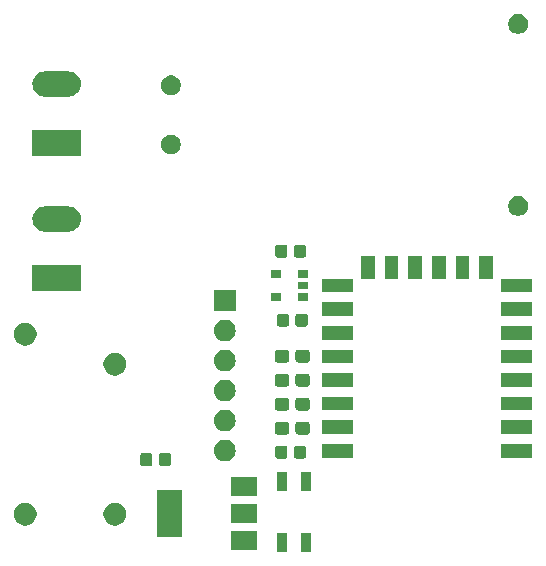
<source format=gts>
G04 #@! TF.GenerationSoftware,KiCad,Pcbnew,5.0.2-bee76a0~70~ubuntu18.04.1*
G04 #@! TF.CreationDate,2019-03-23T21:35:36+01:00*
G04 #@! TF.ProjectId,AC Relay,41432052-656c-4617-992e-6b696361645f,rev?*
G04 #@! TF.SameCoordinates,Original*
G04 #@! TF.FileFunction,Soldermask,Top*
G04 #@! TF.FilePolarity,Negative*
%FSLAX46Y46*%
G04 Gerber Fmt 4.6, Leading zero omitted, Abs format (unit mm)*
G04 Created by KiCad (PCBNEW 5.0.2-bee76a0~70~ubuntu18.04.1) date sáb 23 mar 2019 21:35:36 CET*
%MOMM*%
%LPD*%
G01*
G04 APERTURE LIST*
%ADD10C,0.100000*%
G04 APERTURE END LIST*
D10*
G36*
X97183000Y-95074000D02*
X96333000Y-95074000D01*
X96333000Y-93474000D01*
X97183000Y-93474000D01*
X97183000Y-95074000D01*
X97183000Y-95074000D01*
G37*
G36*
X95183000Y-95074000D02*
X94333000Y-95074000D01*
X94333000Y-93474000D01*
X95183000Y-93474000D01*
X95183000Y-95074000D01*
X95183000Y-95074000D01*
G37*
G36*
X92617000Y-94946000D02*
X90467000Y-94946000D01*
X90467000Y-93296000D01*
X92617000Y-93296000D01*
X92617000Y-94946000D01*
X92617000Y-94946000D01*
G37*
G36*
X86317000Y-93796000D02*
X84167000Y-93796000D01*
X84167000Y-89846000D01*
X86317000Y-89846000D01*
X86317000Y-93796000D01*
X86317000Y-93796000D01*
G37*
G36*
X73299397Y-90927468D02*
X73476836Y-91000966D01*
X73636527Y-91107668D01*
X73772332Y-91243473D01*
X73879034Y-91403164D01*
X73952532Y-91580603D01*
X73990000Y-91768971D01*
X73990000Y-91961029D01*
X73952532Y-92149397D01*
X73879034Y-92326836D01*
X73772332Y-92486527D01*
X73636527Y-92622332D01*
X73476836Y-92729034D01*
X73299397Y-92802532D01*
X73111029Y-92840000D01*
X72918971Y-92840000D01*
X72730603Y-92802532D01*
X72553164Y-92729034D01*
X72393473Y-92622332D01*
X72257668Y-92486527D01*
X72150966Y-92326836D01*
X72077468Y-92149397D01*
X72040000Y-91961029D01*
X72040000Y-91768971D01*
X72077468Y-91580603D01*
X72150966Y-91403164D01*
X72257668Y-91243473D01*
X72393473Y-91107668D01*
X72553164Y-91000966D01*
X72730603Y-90927468D01*
X72918971Y-90890000D01*
X73111029Y-90890000D01*
X73299397Y-90927468D01*
X73299397Y-90927468D01*
G37*
G36*
X80899397Y-90927468D02*
X81076836Y-91000966D01*
X81236527Y-91107668D01*
X81372332Y-91243473D01*
X81479034Y-91403164D01*
X81552532Y-91580603D01*
X81590000Y-91768971D01*
X81590000Y-91961029D01*
X81552532Y-92149397D01*
X81479034Y-92326836D01*
X81372332Y-92486527D01*
X81236527Y-92622332D01*
X81076836Y-92729034D01*
X80899397Y-92802532D01*
X80711029Y-92840000D01*
X80518971Y-92840000D01*
X80330603Y-92802532D01*
X80153164Y-92729034D01*
X79993473Y-92622332D01*
X79857668Y-92486527D01*
X79750966Y-92326836D01*
X79677468Y-92149397D01*
X79640000Y-91961029D01*
X79640000Y-91768971D01*
X79677468Y-91580603D01*
X79750966Y-91403164D01*
X79857668Y-91243473D01*
X79993473Y-91107668D01*
X80153164Y-91000966D01*
X80330603Y-90927468D01*
X80518971Y-90890000D01*
X80711029Y-90890000D01*
X80899397Y-90927468D01*
X80899397Y-90927468D01*
G37*
G36*
X92617000Y-92646000D02*
X90467000Y-92646000D01*
X90467000Y-90996000D01*
X92617000Y-90996000D01*
X92617000Y-92646000D01*
X92617000Y-92646000D01*
G37*
G36*
X92617000Y-90346000D02*
X90467000Y-90346000D01*
X90467000Y-88696000D01*
X92617000Y-88696000D01*
X92617000Y-90346000D01*
X92617000Y-90346000D01*
G37*
G36*
X95183000Y-89914000D02*
X94333000Y-89914000D01*
X94333000Y-88314000D01*
X95183000Y-88314000D01*
X95183000Y-89914000D01*
X95183000Y-89914000D01*
G37*
G36*
X97183000Y-89914000D02*
X96333000Y-89914000D01*
X96333000Y-88314000D01*
X97183000Y-88314000D01*
X97183000Y-89914000D01*
X97183000Y-89914000D01*
G37*
G36*
X85217931Y-86703316D02*
X85254163Y-86714307D01*
X85287554Y-86732155D01*
X85316824Y-86756176D01*
X85340845Y-86785446D01*
X85358693Y-86818837D01*
X85369684Y-86855069D01*
X85374000Y-86898891D01*
X85374000Y-87599109D01*
X85369684Y-87642931D01*
X85358693Y-87679163D01*
X85340845Y-87712554D01*
X85316824Y-87741824D01*
X85287554Y-87765845D01*
X85254163Y-87783693D01*
X85217931Y-87794684D01*
X85174109Y-87799000D01*
X84548891Y-87799000D01*
X84505069Y-87794684D01*
X84468837Y-87783693D01*
X84435446Y-87765845D01*
X84406176Y-87741824D01*
X84382155Y-87712554D01*
X84364307Y-87679163D01*
X84353316Y-87642931D01*
X84349000Y-87599109D01*
X84349000Y-86898891D01*
X84353316Y-86855069D01*
X84364307Y-86818837D01*
X84382155Y-86785446D01*
X84406176Y-86756176D01*
X84435446Y-86732155D01*
X84468837Y-86714307D01*
X84505069Y-86703316D01*
X84548891Y-86699000D01*
X85174109Y-86699000D01*
X85217931Y-86703316D01*
X85217931Y-86703316D01*
G37*
G36*
X83642931Y-86703316D02*
X83679163Y-86714307D01*
X83712554Y-86732155D01*
X83741824Y-86756176D01*
X83765845Y-86785446D01*
X83783693Y-86818837D01*
X83794684Y-86855069D01*
X83799000Y-86898891D01*
X83799000Y-87599109D01*
X83794684Y-87642931D01*
X83783693Y-87679163D01*
X83765845Y-87712554D01*
X83741824Y-87741824D01*
X83712554Y-87765845D01*
X83679163Y-87783693D01*
X83642931Y-87794684D01*
X83599109Y-87799000D01*
X82973891Y-87799000D01*
X82930069Y-87794684D01*
X82893837Y-87783693D01*
X82860446Y-87765845D01*
X82831176Y-87741824D01*
X82807155Y-87712554D01*
X82789307Y-87679163D01*
X82778316Y-87642931D01*
X82774000Y-87599109D01*
X82774000Y-86898891D01*
X82778316Y-86855069D01*
X82789307Y-86818837D01*
X82807155Y-86785446D01*
X82831176Y-86756176D01*
X82860446Y-86732155D01*
X82893837Y-86714307D01*
X82930069Y-86703316D01*
X82973891Y-86699000D01*
X83599109Y-86699000D01*
X83642931Y-86703316D01*
X83642931Y-86703316D01*
G37*
G36*
X90097330Y-85575384D02*
X90271696Y-85628277D01*
X90432390Y-85714170D01*
X90573238Y-85829762D01*
X90688830Y-85970610D01*
X90774723Y-86131304D01*
X90827616Y-86305670D01*
X90845475Y-86487000D01*
X90827616Y-86668330D01*
X90774723Y-86842696D01*
X90688830Y-87003390D01*
X90573238Y-87144238D01*
X90432390Y-87259830D01*
X90271696Y-87345723D01*
X90097330Y-87398616D01*
X89961438Y-87412000D01*
X89870562Y-87412000D01*
X89734670Y-87398616D01*
X89560304Y-87345723D01*
X89399610Y-87259830D01*
X89258762Y-87144238D01*
X89143170Y-87003390D01*
X89057277Y-86842696D01*
X89004384Y-86668330D01*
X88986525Y-86487000D01*
X89004384Y-86305670D01*
X89057277Y-86131304D01*
X89143170Y-85970610D01*
X89258762Y-85829762D01*
X89399610Y-85714170D01*
X89560304Y-85628277D01*
X89734670Y-85575384D01*
X89870562Y-85562000D01*
X89961438Y-85562000D01*
X90097330Y-85575384D01*
X90097330Y-85575384D01*
G37*
G36*
X96647931Y-86068316D02*
X96684163Y-86079307D01*
X96717554Y-86097155D01*
X96746824Y-86121176D01*
X96770845Y-86150446D01*
X96788693Y-86183837D01*
X96799684Y-86220069D01*
X96804000Y-86263891D01*
X96804000Y-86964109D01*
X96799684Y-87007931D01*
X96788693Y-87044163D01*
X96770845Y-87077554D01*
X96746824Y-87106824D01*
X96717554Y-87130845D01*
X96684163Y-87148693D01*
X96647931Y-87159684D01*
X96604109Y-87164000D01*
X95978891Y-87164000D01*
X95935069Y-87159684D01*
X95898837Y-87148693D01*
X95865446Y-87130845D01*
X95836176Y-87106824D01*
X95812155Y-87077554D01*
X95794307Y-87044163D01*
X95783316Y-87007931D01*
X95779000Y-86964109D01*
X95779000Y-86263891D01*
X95783316Y-86220069D01*
X95794307Y-86183837D01*
X95812155Y-86150446D01*
X95836176Y-86121176D01*
X95865446Y-86097155D01*
X95898837Y-86079307D01*
X95935069Y-86068316D01*
X95978891Y-86064000D01*
X96604109Y-86064000D01*
X96647931Y-86068316D01*
X96647931Y-86068316D01*
G37*
G36*
X95072931Y-86068316D02*
X95109163Y-86079307D01*
X95142554Y-86097155D01*
X95171824Y-86121176D01*
X95195845Y-86150446D01*
X95213693Y-86183837D01*
X95224684Y-86220069D01*
X95229000Y-86263891D01*
X95229000Y-86964109D01*
X95224684Y-87007931D01*
X95213693Y-87044163D01*
X95195845Y-87077554D01*
X95171824Y-87106824D01*
X95142554Y-87130845D01*
X95109163Y-87148693D01*
X95072931Y-87159684D01*
X95029109Y-87164000D01*
X94403891Y-87164000D01*
X94360069Y-87159684D01*
X94323837Y-87148693D01*
X94290446Y-87130845D01*
X94261176Y-87106824D01*
X94237155Y-87077554D01*
X94219307Y-87044163D01*
X94208316Y-87007931D01*
X94204000Y-86964109D01*
X94204000Y-86263891D01*
X94208316Y-86220069D01*
X94219307Y-86183837D01*
X94237155Y-86150446D01*
X94261176Y-86121176D01*
X94290446Y-86097155D01*
X94323837Y-86079307D01*
X94360069Y-86068316D01*
X94403891Y-86064000D01*
X95029109Y-86064000D01*
X95072931Y-86068316D01*
X95072931Y-86068316D01*
G37*
G36*
X100766000Y-87093000D02*
X98116000Y-87093000D01*
X98116000Y-85943000D01*
X100766000Y-85943000D01*
X100766000Y-87093000D01*
X100766000Y-87093000D01*
G37*
G36*
X115966000Y-87093000D02*
X113316000Y-87093000D01*
X113316000Y-85943000D01*
X115966000Y-85943000D01*
X115966000Y-87093000D01*
X115966000Y-87093000D01*
G37*
G36*
X96934840Y-84036676D02*
X96974589Y-84048734D01*
X97011223Y-84068315D01*
X97043333Y-84094667D01*
X97069685Y-84126777D01*
X97089266Y-84163411D01*
X97101324Y-84203160D01*
X97106000Y-84250640D01*
X97106000Y-84913360D01*
X97101324Y-84960840D01*
X97089266Y-85000589D01*
X97069685Y-85037223D01*
X97043333Y-85069333D01*
X97011223Y-85095685D01*
X96974589Y-85115266D01*
X96934840Y-85127324D01*
X96887360Y-85132000D01*
X96124640Y-85132000D01*
X96077160Y-85127324D01*
X96037411Y-85115266D01*
X96000777Y-85095685D01*
X95968667Y-85069333D01*
X95942315Y-85037223D01*
X95922734Y-85000589D01*
X95910676Y-84960840D01*
X95906000Y-84913360D01*
X95906000Y-84250640D01*
X95910676Y-84203160D01*
X95922734Y-84163411D01*
X95942315Y-84126777D01*
X95968667Y-84094667D01*
X96000777Y-84068315D01*
X96037411Y-84048734D01*
X96077160Y-84036676D01*
X96124640Y-84032000D01*
X96887360Y-84032000D01*
X96934840Y-84036676D01*
X96934840Y-84036676D01*
G37*
G36*
X95184840Y-84036676D02*
X95224589Y-84048734D01*
X95261223Y-84068315D01*
X95293333Y-84094667D01*
X95319685Y-84126777D01*
X95339266Y-84163411D01*
X95351324Y-84203160D01*
X95356000Y-84250640D01*
X95356000Y-84913360D01*
X95351324Y-84960840D01*
X95339266Y-85000589D01*
X95319685Y-85037223D01*
X95293333Y-85069333D01*
X95261223Y-85095685D01*
X95224589Y-85115266D01*
X95184840Y-85127324D01*
X95137360Y-85132000D01*
X94374640Y-85132000D01*
X94327160Y-85127324D01*
X94287411Y-85115266D01*
X94250777Y-85095685D01*
X94218667Y-85069333D01*
X94192315Y-85037223D01*
X94172734Y-85000589D01*
X94160676Y-84960840D01*
X94156000Y-84913360D01*
X94156000Y-84250640D01*
X94160676Y-84203160D01*
X94172734Y-84163411D01*
X94192315Y-84126777D01*
X94218667Y-84094667D01*
X94250777Y-84068315D01*
X94287411Y-84048734D01*
X94327160Y-84036676D01*
X94374640Y-84032000D01*
X95137360Y-84032000D01*
X95184840Y-84036676D01*
X95184840Y-84036676D01*
G37*
G36*
X115966000Y-85093000D02*
X113316000Y-85093000D01*
X113316000Y-83943000D01*
X115966000Y-83943000D01*
X115966000Y-85093000D01*
X115966000Y-85093000D01*
G37*
G36*
X100766000Y-85093000D02*
X98116000Y-85093000D01*
X98116000Y-83943000D01*
X100766000Y-83943000D01*
X100766000Y-85093000D01*
X100766000Y-85093000D01*
G37*
G36*
X90097330Y-83035384D02*
X90271696Y-83088277D01*
X90432390Y-83174170D01*
X90573238Y-83289762D01*
X90688830Y-83430610D01*
X90774723Y-83591304D01*
X90827616Y-83765670D01*
X90845475Y-83947000D01*
X90827616Y-84128330D01*
X90774723Y-84302696D01*
X90688830Y-84463390D01*
X90573238Y-84604238D01*
X90432390Y-84719830D01*
X90271696Y-84805723D01*
X90097330Y-84858616D01*
X89961438Y-84872000D01*
X89870562Y-84872000D01*
X89734670Y-84858616D01*
X89560304Y-84805723D01*
X89399610Y-84719830D01*
X89258762Y-84604238D01*
X89143170Y-84463390D01*
X89057277Y-84302696D01*
X89004384Y-84128330D01*
X88986525Y-83947000D01*
X89004384Y-83765670D01*
X89057277Y-83591304D01*
X89143170Y-83430610D01*
X89258762Y-83289762D01*
X89399610Y-83174170D01*
X89560304Y-83088277D01*
X89734670Y-83035384D01*
X89870562Y-83022000D01*
X89961438Y-83022000D01*
X90097330Y-83035384D01*
X90097330Y-83035384D01*
G37*
G36*
X95184840Y-82004676D02*
X95224589Y-82016734D01*
X95261223Y-82036315D01*
X95293333Y-82062667D01*
X95319685Y-82094777D01*
X95339266Y-82131411D01*
X95351324Y-82171160D01*
X95356000Y-82218640D01*
X95356000Y-82881360D01*
X95351324Y-82928840D01*
X95339266Y-82968589D01*
X95319685Y-83005223D01*
X95293333Y-83037333D01*
X95261223Y-83063685D01*
X95224589Y-83083266D01*
X95184840Y-83095324D01*
X95137360Y-83100000D01*
X94374640Y-83100000D01*
X94327160Y-83095324D01*
X94287411Y-83083266D01*
X94250777Y-83063685D01*
X94218667Y-83037333D01*
X94192315Y-83005223D01*
X94172734Y-82968589D01*
X94160676Y-82928840D01*
X94156000Y-82881360D01*
X94156000Y-82218640D01*
X94160676Y-82171160D01*
X94172734Y-82131411D01*
X94192315Y-82094777D01*
X94218667Y-82062667D01*
X94250777Y-82036315D01*
X94287411Y-82016734D01*
X94327160Y-82004676D01*
X94374640Y-82000000D01*
X95137360Y-82000000D01*
X95184840Y-82004676D01*
X95184840Y-82004676D01*
G37*
G36*
X96934840Y-82004676D02*
X96974589Y-82016734D01*
X97011223Y-82036315D01*
X97043333Y-82062667D01*
X97069685Y-82094777D01*
X97089266Y-82131411D01*
X97101324Y-82171160D01*
X97106000Y-82218640D01*
X97106000Y-82881360D01*
X97101324Y-82928840D01*
X97089266Y-82968589D01*
X97069685Y-83005223D01*
X97043333Y-83037333D01*
X97011223Y-83063685D01*
X96974589Y-83083266D01*
X96934840Y-83095324D01*
X96887360Y-83100000D01*
X96124640Y-83100000D01*
X96077160Y-83095324D01*
X96037411Y-83083266D01*
X96000777Y-83063685D01*
X95968667Y-83037333D01*
X95942315Y-83005223D01*
X95922734Y-82968589D01*
X95910676Y-82928840D01*
X95906000Y-82881360D01*
X95906000Y-82218640D01*
X95910676Y-82171160D01*
X95922734Y-82131411D01*
X95942315Y-82094777D01*
X95968667Y-82062667D01*
X96000777Y-82036315D01*
X96037411Y-82016734D01*
X96077160Y-82004676D01*
X96124640Y-82000000D01*
X96887360Y-82000000D01*
X96934840Y-82004676D01*
X96934840Y-82004676D01*
G37*
G36*
X100766000Y-83093000D02*
X98116000Y-83093000D01*
X98116000Y-81943000D01*
X100766000Y-81943000D01*
X100766000Y-83093000D01*
X100766000Y-83093000D01*
G37*
G36*
X115966000Y-83093000D02*
X113316000Y-83093000D01*
X113316000Y-81943000D01*
X115966000Y-81943000D01*
X115966000Y-83093000D01*
X115966000Y-83093000D01*
G37*
G36*
X90097330Y-80495384D02*
X90271696Y-80548277D01*
X90432390Y-80634170D01*
X90573238Y-80749762D01*
X90688830Y-80890610D01*
X90774723Y-81051304D01*
X90827616Y-81225670D01*
X90845475Y-81407000D01*
X90827616Y-81588330D01*
X90774723Y-81762696D01*
X90688830Y-81923390D01*
X90573238Y-82064238D01*
X90432390Y-82179830D01*
X90271696Y-82265723D01*
X90097330Y-82318616D01*
X89961438Y-82332000D01*
X89870562Y-82332000D01*
X89734670Y-82318616D01*
X89560304Y-82265723D01*
X89399610Y-82179830D01*
X89258762Y-82064238D01*
X89143170Y-81923390D01*
X89057277Y-81762696D01*
X89004384Y-81588330D01*
X88986525Y-81407000D01*
X89004384Y-81225670D01*
X89057277Y-81051304D01*
X89143170Y-80890610D01*
X89258762Y-80749762D01*
X89399610Y-80634170D01*
X89560304Y-80548277D01*
X89734670Y-80495384D01*
X89870562Y-80482000D01*
X89961438Y-80482000D01*
X90097330Y-80495384D01*
X90097330Y-80495384D01*
G37*
G36*
X100766000Y-81093000D02*
X98116000Y-81093000D01*
X98116000Y-79943000D01*
X100766000Y-79943000D01*
X100766000Y-81093000D01*
X100766000Y-81093000D01*
G37*
G36*
X115966000Y-81093000D02*
X113316000Y-81093000D01*
X113316000Y-79943000D01*
X115966000Y-79943000D01*
X115966000Y-81093000D01*
X115966000Y-81093000D01*
G37*
G36*
X95184840Y-79972676D02*
X95224589Y-79984734D01*
X95261223Y-80004315D01*
X95293333Y-80030667D01*
X95319685Y-80062777D01*
X95339266Y-80099411D01*
X95351324Y-80139160D01*
X95356000Y-80186640D01*
X95356000Y-80849360D01*
X95351324Y-80896840D01*
X95339266Y-80936589D01*
X95319685Y-80973223D01*
X95293333Y-81005333D01*
X95261223Y-81031685D01*
X95224589Y-81051266D01*
X95184840Y-81063324D01*
X95137360Y-81068000D01*
X94374640Y-81068000D01*
X94327160Y-81063324D01*
X94287411Y-81051266D01*
X94250777Y-81031685D01*
X94218667Y-81005333D01*
X94192315Y-80973223D01*
X94172734Y-80936589D01*
X94160676Y-80896840D01*
X94156000Y-80849360D01*
X94156000Y-80186640D01*
X94160676Y-80139160D01*
X94172734Y-80099411D01*
X94192315Y-80062777D01*
X94218667Y-80030667D01*
X94250777Y-80004315D01*
X94287411Y-79984734D01*
X94327160Y-79972676D01*
X94374640Y-79968000D01*
X95137360Y-79968000D01*
X95184840Y-79972676D01*
X95184840Y-79972676D01*
G37*
G36*
X96934840Y-79972676D02*
X96974589Y-79984734D01*
X97011223Y-80004315D01*
X97043333Y-80030667D01*
X97069685Y-80062777D01*
X97089266Y-80099411D01*
X97101324Y-80139160D01*
X97106000Y-80186640D01*
X97106000Y-80849360D01*
X97101324Y-80896840D01*
X97089266Y-80936589D01*
X97069685Y-80973223D01*
X97043333Y-81005333D01*
X97011223Y-81031685D01*
X96974589Y-81051266D01*
X96934840Y-81063324D01*
X96887360Y-81068000D01*
X96124640Y-81068000D01*
X96077160Y-81063324D01*
X96037411Y-81051266D01*
X96000777Y-81031685D01*
X95968667Y-81005333D01*
X95942315Y-80973223D01*
X95922734Y-80936589D01*
X95910676Y-80896840D01*
X95906000Y-80849360D01*
X95906000Y-80186640D01*
X95910676Y-80139160D01*
X95922734Y-80099411D01*
X95942315Y-80062777D01*
X95968667Y-80030667D01*
X96000777Y-80004315D01*
X96037411Y-79984734D01*
X96077160Y-79972676D01*
X96124640Y-79968000D01*
X96887360Y-79968000D01*
X96934840Y-79972676D01*
X96934840Y-79972676D01*
G37*
G36*
X80899397Y-78227468D02*
X81076836Y-78300966D01*
X81236527Y-78407668D01*
X81372332Y-78543473D01*
X81479034Y-78703164D01*
X81552532Y-78880603D01*
X81590000Y-79068971D01*
X81590000Y-79261029D01*
X81552532Y-79449397D01*
X81479034Y-79626836D01*
X81372332Y-79786527D01*
X81236527Y-79922332D01*
X81076836Y-80029034D01*
X80899397Y-80102532D01*
X80711029Y-80140000D01*
X80518971Y-80140000D01*
X80330603Y-80102532D01*
X80153164Y-80029034D01*
X79993473Y-79922332D01*
X79857668Y-79786527D01*
X79750966Y-79626836D01*
X79677468Y-79449397D01*
X79640000Y-79261029D01*
X79640000Y-79068971D01*
X79677468Y-78880603D01*
X79750966Y-78703164D01*
X79857668Y-78543473D01*
X79993473Y-78407668D01*
X80153164Y-78300966D01*
X80330603Y-78227468D01*
X80518971Y-78190000D01*
X80711029Y-78190000D01*
X80899397Y-78227468D01*
X80899397Y-78227468D01*
G37*
G36*
X90097330Y-77955384D02*
X90271696Y-78008277D01*
X90432390Y-78094170D01*
X90573238Y-78209762D01*
X90688830Y-78350610D01*
X90774723Y-78511304D01*
X90827616Y-78685670D01*
X90845475Y-78867000D01*
X90827616Y-79048330D01*
X90774723Y-79222696D01*
X90688830Y-79383390D01*
X90573238Y-79524238D01*
X90432390Y-79639830D01*
X90271696Y-79725723D01*
X90097330Y-79778616D01*
X89961438Y-79792000D01*
X89870562Y-79792000D01*
X89734670Y-79778616D01*
X89560304Y-79725723D01*
X89399610Y-79639830D01*
X89258762Y-79524238D01*
X89143170Y-79383390D01*
X89057277Y-79222696D01*
X89004384Y-79048330D01*
X88986525Y-78867000D01*
X89004384Y-78685670D01*
X89057277Y-78511304D01*
X89143170Y-78350610D01*
X89258762Y-78209762D01*
X89399610Y-78094170D01*
X89560304Y-78008277D01*
X89734670Y-77955384D01*
X89870562Y-77942000D01*
X89961438Y-77942000D01*
X90097330Y-77955384D01*
X90097330Y-77955384D01*
G37*
G36*
X100766000Y-79093000D02*
X98116000Y-79093000D01*
X98116000Y-77943000D01*
X100766000Y-77943000D01*
X100766000Y-79093000D01*
X100766000Y-79093000D01*
G37*
G36*
X115966000Y-79093000D02*
X113316000Y-79093000D01*
X113316000Y-77943000D01*
X115966000Y-77943000D01*
X115966000Y-79093000D01*
X115966000Y-79093000D01*
G37*
G36*
X95184840Y-77940676D02*
X95224589Y-77952734D01*
X95261223Y-77972315D01*
X95293333Y-77998667D01*
X95319685Y-78030777D01*
X95339266Y-78067411D01*
X95351324Y-78107160D01*
X95356000Y-78154640D01*
X95356000Y-78817360D01*
X95351324Y-78864840D01*
X95339266Y-78904589D01*
X95319685Y-78941223D01*
X95293333Y-78973333D01*
X95261223Y-78999685D01*
X95224589Y-79019266D01*
X95184840Y-79031324D01*
X95137360Y-79036000D01*
X94374640Y-79036000D01*
X94327160Y-79031324D01*
X94287411Y-79019266D01*
X94250777Y-78999685D01*
X94218667Y-78973333D01*
X94192315Y-78941223D01*
X94172734Y-78904589D01*
X94160676Y-78864840D01*
X94156000Y-78817360D01*
X94156000Y-78154640D01*
X94160676Y-78107160D01*
X94172734Y-78067411D01*
X94192315Y-78030777D01*
X94218667Y-77998667D01*
X94250777Y-77972315D01*
X94287411Y-77952734D01*
X94327160Y-77940676D01*
X94374640Y-77936000D01*
X95137360Y-77936000D01*
X95184840Y-77940676D01*
X95184840Y-77940676D01*
G37*
G36*
X96934840Y-77940676D02*
X96974589Y-77952734D01*
X97011223Y-77972315D01*
X97043333Y-77998667D01*
X97069685Y-78030777D01*
X97089266Y-78067411D01*
X97101324Y-78107160D01*
X97106000Y-78154640D01*
X97106000Y-78817360D01*
X97101324Y-78864840D01*
X97089266Y-78904589D01*
X97069685Y-78941223D01*
X97043333Y-78973333D01*
X97011223Y-78999685D01*
X96974589Y-79019266D01*
X96934840Y-79031324D01*
X96887360Y-79036000D01*
X96124640Y-79036000D01*
X96077160Y-79031324D01*
X96037411Y-79019266D01*
X96000777Y-78999685D01*
X95968667Y-78973333D01*
X95942315Y-78941223D01*
X95922734Y-78904589D01*
X95910676Y-78864840D01*
X95906000Y-78817360D01*
X95906000Y-78154640D01*
X95910676Y-78107160D01*
X95922734Y-78067411D01*
X95942315Y-78030777D01*
X95968667Y-77998667D01*
X96000777Y-77972315D01*
X96037411Y-77952734D01*
X96077160Y-77940676D01*
X96124640Y-77936000D01*
X96887360Y-77936000D01*
X96934840Y-77940676D01*
X96934840Y-77940676D01*
G37*
G36*
X73299397Y-75687468D02*
X73476836Y-75760966D01*
X73636527Y-75867668D01*
X73772332Y-76003473D01*
X73879034Y-76163164D01*
X73952532Y-76340603D01*
X73990000Y-76528971D01*
X73990000Y-76721029D01*
X73952532Y-76909397D01*
X73879034Y-77086836D01*
X73772332Y-77246527D01*
X73636527Y-77382332D01*
X73476836Y-77489034D01*
X73299397Y-77562532D01*
X73111029Y-77600000D01*
X72918971Y-77600000D01*
X72730603Y-77562532D01*
X72553164Y-77489034D01*
X72393473Y-77382332D01*
X72257668Y-77246527D01*
X72150966Y-77086836D01*
X72077468Y-76909397D01*
X72040000Y-76721029D01*
X72040000Y-76528971D01*
X72077468Y-76340603D01*
X72150966Y-76163164D01*
X72257668Y-76003473D01*
X72393473Y-75867668D01*
X72553164Y-75760966D01*
X72730603Y-75687468D01*
X72918971Y-75650000D01*
X73111029Y-75650000D01*
X73299397Y-75687468D01*
X73299397Y-75687468D01*
G37*
G36*
X90097330Y-75415384D02*
X90271696Y-75468277D01*
X90432390Y-75554170D01*
X90573238Y-75669762D01*
X90688830Y-75810610D01*
X90774723Y-75971304D01*
X90827616Y-76145670D01*
X90845475Y-76327000D01*
X90827616Y-76508330D01*
X90774723Y-76682696D01*
X90688830Y-76843390D01*
X90573238Y-76984238D01*
X90432390Y-77099830D01*
X90271696Y-77185723D01*
X90097330Y-77238616D01*
X89961438Y-77252000D01*
X89870562Y-77252000D01*
X89734670Y-77238616D01*
X89560304Y-77185723D01*
X89399610Y-77099830D01*
X89258762Y-76984238D01*
X89143170Y-76843390D01*
X89057277Y-76682696D01*
X89004384Y-76508330D01*
X88986525Y-76327000D01*
X89004384Y-76145670D01*
X89057277Y-75971304D01*
X89143170Y-75810610D01*
X89258762Y-75669762D01*
X89399610Y-75554170D01*
X89560304Y-75468277D01*
X89734670Y-75415384D01*
X89870562Y-75402000D01*
X89961438Y-75402000D01*
X90097330Y-75415384D01*
X90097330Y-75415384D01*
G37*
G36*
X100766000Y-77093000D02*
X98116000Y-77093000D01*
X98116000Y-75943000D01*
X100766000Y-75943000D01*
X100766000Y-77093000D01*
X100766000Y-77093000D01*
G37*
G36*
X115966000Y-77093000D02*
X113316000Y-77093000D01*
X113316000Y-75943000D01*
X115966000Y-75943000D01*
X115966000Y-77093000D01*
X115966000Y-77093000D01*
G37*
G36*
X96774931Y-74892316D02*
X96811163Y-74903307D01*
X96844554Y-74921155D01*
X96873824Y-74945176D01*
X96897845Y-74974446D01*
X96915693Y-75007837D01*
X96926684Y-75044069D01*
X96931000Y-75087891D01*
X96931000Y-75788109D01*
X96926684Y-75831931D01*
X96915693Y-75868163D01*
X96897845Y-75901554D01*
X96873824Y-75930824D01*
X96844554Y-75954845D01*
X96811163Y-75972693D01*
X96774931Y-75983684D01*
X96731109Y-75988000D01*
X96105891Y-75988000D01*
X96062069Y-75983684D01*
X96025837Y-75972693D01*
X95992446Y-75954845D01*
X95963176Y-75930824D01*
X95939155Y-75901554D01*
X95921307Y-75868163D01*
X95910316Y-75831931D01*
X95906000Y-75788109D01*
X95906000Y-75087891D01*
X95910316Y-75044069D01*
X95921307Y-75007837D01*
X95939155Y-74974446D01*
X95963176Y-74945176D01*
X95992446Y-74921155D01*
X96025837Y-74903307D01*
X96062069Y-74892316D01*
X96105891Y-74888000D01*
X96731109Y-74888000D01*
X96774931Y-74892316D01*
X96774931Y-74892316D01*
G37*
G36*
X95199931Y-74892316D02*
X95236163Y-74903307D01*
X95269554Y-74921155D01*
X95298824Y-74945176D01*
X95322845Y-74974446D01*
X95340693Y-75007837D01*
X95351684Y-75044069D01*
X95356000Y-75087891D01*
X95356000Y-75788109D01*
X95351684Y-75831931D01*
X95340693Y-75868163D01*
X95322845Y-75901554D01*
X95298824Y-75930824D01*
X95269554Y-75954845D01*
X95236163Y-75972693D01*
X95199931Y-75983684D01*
X95156109Y-75988000D01*
X94530891Y-75988000D01*
X94487069Y-75983684D01*
X94450837Y-75972693D01*
X94417446Y-75954845D01*
X94388176Y-75930824D01*
X94364155Y-75901554D01*
X94346307Y-75868163D01*
X94335316Y-75831931D01*
X94331000Y-75788109D01*
X94331000Y-75087891D01*
X94335316Y-75044069D01*
X94346307Y-75007837D01*
X94364155Y-74974446D01*
X94388176Y-74945176D01*
X94417446Y-74921155D01*
X94450837Y-74903307D01*
X94487069Y-74892316D01*
X94530891Y-74888000D01*
X95156109Y-74888000D01*
X95199931Y-74892316D01*
X95199931Y-74892316D01*
G37*
G36*
X115966000Y-75093000D02*
X113316000Y-75093000D01*
X113316000Y-73943000D01*
X115966000Y-73943000D01*
X115966000Y-75093000D01*
X115966000Y-75093000D01*
G37*
G36*
X100766000Y-75093000D02*
X98116000Y-75093000D01*
X98116000Y-73943000D01*
X100766000Y-73943000D01*
X100766000Y-75093000D01*
X100766000Y-75093000D01*
G37*
G36*
X90841000Y-74712000D02*
X88991000Y-74712000D01*
X88991000Y-72862000D01*
X90841000Y-72862000D01*
X90841000Y-74712000D01*
X90841000Y-74712000D01*
G37*
G36*
X94642000Y-73797000D02*
X93792000Y-73797000D01*
X93792000Y-73137000D01*
X94642000Y-73137000D01*
X94642000Y-73797000D01*
X94642000Y-73797000D01*
G37*
G36*
X96962000Y-73797000D02*
X96112000Y-73797000D01*
X96112000Y-73137000D01*
X96962000Y-73137000D01*
X96962000Y-73797000D01*
X96962000Y-73797000D01*
G37*
G36*
X100766000Y-73093000D02*
X98116000Y-73093000D01*
X98116000Y-71943000D01*
X100766000Y-71943000D01*
X100766000Y-73093000D01*
X100766000Y-73093000D01*
G37*
G36*
X115966000Y-73093000D02*
X113316000Y-73093000D01*
X113316000Y-71943000D01*
X115966000Y-71943000D01*
X115966000Y-73093000D01*
X115966000Y-73093000D01*
G37*
G36*
X77747000Y-72947000D02*
X73637000Y-72947000D01*
X73637000Y-70817000D01*
X77747000Y-70817000D01*
X77747000Y-72947000D01*
X77747000Y-72947000D01*
G37*
G36*
X96962000Y-72847000D02*
X96112000Y-72847000D01*
X96112000Y-72187000D01*
X96962000Y-72187000D01*
X96962000Y-72847000D01*
X96962000Y-72847000D01*
G37*
G36*
X102616000Y-71993000D02*
X101466000Y-71993000D01*
X101466000Y-70043000D01*
X102616000Y-70043000D01*
X102616000Y-71993000D01*
X102616000Y-71993000D01*
G37*
G36*
X106616000Y-71993000D02*
X105466000Y-71993000D01*
X105466000Y-70043000D01*
X106616000Y-70043000D01*
X106616000Y-71993000D01*
X106616000Y-71993000D01*
G37*
G36*
X108616000Y-71993000D02*
X107466000Y-71993000D01*
X107466000Y-70043000D01*
X108616000Y-70043000D01*
X108616000Y-71993000D01*
X108616000Y-71993000D01*
G37*
G36*
X110616000Y-71993000D02*
X109466000Y-71993000D01*
X109466000Y-70043000D01*
X110616000Y-70043000D01*
X110616000Y-71993000D01*
X110616000Y-71993000D01*
G37*
G36*
X112616000Y-71993000D02*
X111466000Y-71993000D01*
X111466000Y-70043000D01*
X112616000Y-70043000D01*
X112616000Y-71993000D01*
X112616000Y-71993000D01*
G37*
G36*
X104616000Y-71993000D02*
X103466000Y-71993000D01*
X103466000Y-70043000D01*
X104616000Y-70043000D01*
X104616000Y-71993000D01*
X104616000Y-71993000D01*
G37*
G36*
X96962000Y-71897000D02*
X96112000Y-71897000D01*
X96112000Y-71237000D01*
X96962000Y-71237000D01*
X96962000Y-71897000D01*
X96962000Y-71897000D01*
G37*
G36*
X94642000Y-71897000D02*
X93792000Y-71897000D01*
X93792000Y-71237000D01*
X94642000Y-71237000D01*
X94642000Y-71897000D01*
X94642000Y-71897000D01*
G37*
G36*
X95072931Y-69050316D02*
X95109163Y-69061307D01*
X95142554Y-69079155D01*
X95171824Y-69103176D01*
X95195845Y-69132446D01*
X95213693Y-69165837D01*
X95224684Y-69202069D01*
X95229000Y-69245891D01*
X95229000Y-69946109D01*
X95224684Y-69989931D01*
X95213693Y-70026163D01*
X95195845Y-70059554D01*
X95171824Y-70088824D01*
X95142554Y-70112845D01*
X95109163Y-70130693D01*
X95072931Y-70141684D01*
X95029109Y-70146000D01*
X94403891Y-70146000D01*
X94360069Y-70141684D01*
X94323837Y-70130693D01*
X94290446Y-70112845D01*
X94261176Y-70088824D01*
X94237155Y-70059554D01*
X94219307Y-70026163D01*
X94208316Y-69989931D01*
X94204000Y-69946109D01*
X94204000Y-69245891D01*
X94208316Y-69202069D01*
X94219307Y-69165837D01*
X94237155Y-69132446D01*
X94261176Y-69103176D01*
X94290446Y-69079155D01*
X94323837Y-69061307D01*
X94360069Y-69050316D01*
X94403891Y-69046000D01*
X95029109Y-69046000D01*
X95072931Y-69050316D01*
X95072931Y-69050316D01*
G37*
G36*
X96647931Y-69050316D02*
X96684163Y-69061307D01*
X96717554Y-69079155D01*
X96746824Y-69103176D01*
X96770845Y-69132446D01*
X96788693Y-69165837D01*
X96799684Y-69202069D01*
X96804000Y-69245891D01*
X96804000Y-69946109D01*
X96799684Y-69989931D01*
X96788693Y-70026163D01*
X96770845Y-70059554D01*
X96746824Y-70088824D01*
X96717554Y-70112845D01*
X96684163Y-70130693D01*
X96647931Y-70141684D01*
X96604109Y-70146000D01*
X95978891Y-70146000D01*
X95935069Y-70141684D01*
X95898837Y-70130693D01*
X95865446Y-70112845D01*
X95836176Y-70088824D01*
X95812155Y-70059554D01*
X95794307Y-70026163D01*
X95783316Y-69989931D01*
X95779000Y-69946109D01*
X95779000Y-69245891D01*
X95783316Y-69202069D01*
X95794307Y-69165837D01*
X95812155Y-69132446D01*
X95836176Y-69103176D01*
X95865446Y-69079155D01*
X95898837Y-69061307D01*
X95935069Y-69050316D01*
X95978891Y-69046000D01*
X96604109Y-69046000D01*
X96647931Y-69050316D01*
X96647931Y-69050316D01*
G37*
G36*
X76851661Y-65828557D02*
X76890778Y-65832410D01*
X77024612Y-65873009D01*
X77091530Y-65893308D01*
X77276545Y-65992200D01*
X77438712Y-66125288D01*
X77571800Y-66287455D01*
X77670692Y-66472470D01*
X77670692Y-66472471D01*
X77731590Y-66673222D01*
X77731590Y-66673224D01*
X77752153Y-66882000D01*
X77734974Y-67056420D01*
X77731590Y-67090778D01*
X77690991Y-67224612D01*
X77670692Y-67291530D01*
X77571800Y-67476545D01*
X77438712Y-67638712D01*
X77276545Y-67771800D01*
X77091530Y-67870692D01*
X77024612Y-67890991D01*
X76890778Y-67931590D01*
X76851661Y-67935443D01*
X76734318Y-67947000D01*
X74649682Y-67947000D01*
X74532339Y-67935443D01*
X74493222Y-67931590D01*
X74359388Y-67890991D01*
X74292470Y-67870692D01*
X74107455Y-67771800D01*
X73945288Y-67638712D01*
X73812200Y-67476545D01*
X73713308Y-67291530D01*
X73693009Y-67224612D01*
X73652410Y-67090778D01*
X73649026Y-67056420D01*
X73631847Y-66882000D01*
X73652410Y-66673224D01*
X73652410Y-66673222D01*
X73713308Y-66472471D01*
X73713308Y-66472470D01*
X73812200Y-66287455D01*
X73945288Y-66125288D01*
X74107455Y-65992200D01*
X74292470Y-65893308D01*
X74359388Y-65873009D01*
X74493222Y-65832410D01*
X74532339Y-65828557D01*
X74649682Y-65817000D01*
X76734318Y-65817000D01*
X76851661Y-65828557D01*
X76851661Y-65828557D01*
G37*
G36*
X115002144Y-64967165D02*
X115154469Y-65030260D01*
X115291557Y-65121860D01*
X115408140Y-65238443D01*
X115499740Y-65375531D01*
X115562835Y-65527856D01*
X115595000Y-65689561D01*
X115595000Y-65854439D01*
X115562835Y-66016144D01*
X115499740Y-66168469D01*
X115408140Y-66305557D01*
X115291557Y-66422140D01*
X115154469Y-66513740D01*
X115002144Y-66576835D01*
X114840439Y-66609000D01*
X114675561Y-66609000D01*
X114513856Y-66576835D01*
X114361531Y-66513740D01*
X114224443Y-66422140D01*
X114107860Y-66305557D01*
X114016260Y-66168469D01*
X113953165Y-66016144D01*
X113921000Y-65854439D01*
X113921000Y-65689561D01*
X113953165Y-65527856D01*
X114016260Y-65375531D01*
X114107860Y-65238443D01*
X114224443Y-65121860D01*
X114361531Y-65030260D01*
X114513856Y-64967165D01*
X114675561Y-64935000D01*
X114840439Y-64935000D01*
X115002144Y-64967165D01*
X115002144Y-64967165D01*
G37*
G36*
X77747000Y-61517000D02*
X73637000Y-61517000D01*
X73637000Y-59387000D01*
X77747000Y-59387000D01*
X77747000Y-61517000D01*
X77747000Y-61517000D01*
G37*
G36*
X85602144Y-59767165D02*
X85754469Y-59830260D01*
X85891557Y-59921860D01*
X86008140Y-60038443D01*
X86099740Y-60175531D01*
X86162835Y-60327856D01*
X86195000Y-60489561D01*
X86195000Y-60654439D01*
X86162835Y-60816144D01*
X86099740Y-60968469D01*
X86008140Y-61105557D01*
X85891557Y-61222140D01*
X85754469Y-61313740D01*
X85602144Y-61376835D01*
X85440439Y-61409000D01*
X85275561Y-61409000D01*
X85113856Y-61376835D01*
X84961531Y-61313740D01*
X84824443Y-61222140D01*
X84707860Y-61105557D01*
X84616260Y-60968469D01*
X84553165Y-60816144D01*
X84521000Y-60654439D01*
X84521000Y-60489561D01*
X84553165Y-60327856D01*
X84616260Y-60175531D01*
X84707860Y-60038443D01*
X84824443Y-59921860D01*
X84961531Y-59830260D01*
X85113856Y-59767165D01*
X85275561Y-59735000D01*
X85440439Y-59735000D01*
X85602144Y-59767165D01*
X85602144Y-59767165D01*
G37*
G36*
X76851661Y-54398557D02*
X76890778Y-54402410D01*
X77024612Y-54443009D01*
X77091530Y-54463308D01*
X77276545Y-54562200D01*
X77438712Y-54695288D01*
X77571800Y-54857455D01*
X77670692Y-55042470D01*
X77670692Y-55042471D01*
X77731590Y-55243222D01*
X77731590Y-55243224D01*
X77752153Y-55452000D01*
X77748453Y-55489561D01*
X77731590Y-55660778D01*
X77690991Y-55794612D01*
X77670692Y-55861530D01*
X77571800Y-56046545D01*
X77438712Y-56208712D01*
X77276545Y-56341800D01*
X77091530Y-56440692D01*
X77024612Y-56460991D01*
X76890778Y-56501590D01*
X76851662Y-56505442D01*
X76734318Y-56517000D01*
X74649682Y-56517000D01*
X74532338Y-56505442D01*
X74493222Y-56501590D01*
X74359388Y-56460991D01*
X74292470Y-56440692D01*
X74107455Y-56341800D01*
X73945288Y-56208712D01*
X73812200Y-56046545D01*
X73713308Y-55861530D01*
X73693009Y-55794612D01*
X73652410Y-55660778D01*
X73635547Y-55489561D01*
X73631847Y-55452000D01*
X73652410Y-55243224D01*
X73652410Y-55243222D01*
X73713308Y-55042471D01*
X73713308Y-55042470D01*
X73812200Y-54857455D01*
X73945288Y-54695288D01*
X74107455Y-54562200D01*
X74292470Y-54463308D01*
X74359388Y-54443009D01*
X74493222Y-54402410D01*
X74532339Y-54398557D01*
X74649682Y-54387000D01*
X76734318Y-54387000D01*
X76851661Y-54398557D01*
X76851661Y-54398557D01*
G37*
G36*
X85602144Y-54767165D02*
X85754469Y-54830260D01*
X85891557Y-54921860D01*
X86008140Y-55038443D01*
X86099740Y-55175531D01*
X86162835Y-55327856D01*
X86195000Y-55489561D01*
X86195000Y-55654439D01*
X86162835Y-55816144D01*
X86099740Y-55968469D01*
X86008140Y-56105557D01*
X85891557Y-56222140D01*
X85754469Y-56313740D01*
X85602144Y-56376835D01*
X85440439Y-56409000D01*
X85275561Y-56409000D01*
X85113856Y-56376835D01*
X84961531Y-56313740D01*
X84824443Y-56222140D01*
X84707860Y-56105557D01*
X84616260Y-55968469D01*
X84553165Y-55816144D01*
X84521000Y-55654439D01*
X84521000Y-55489561D01*
X84553165Y-55327856D01*
X84616260Y-55175531D01*
X84707860Y-55038443D01*
X84824443Y-54921860D01*
X84961531Y-54830260D01*
X85113856Y-54767165D01*
X85275561Y-54735000D01*
X85440439Y-54735000D01*
X85602144Y-54767165D01*
X85602144Y-54767165D01*
G37*
G36*
X115002144Y-49567165D02*
X115154469Y-49630260D01*
X115291557Y-49721860D01*
X115408140Y-49838443D01*
X115499740Y-49975531D01*
X115562835Y-50127856D01*
X115595000Y-50289561D01*
X115595000Y-50454439D01*
X115562835Y-50616144D01*
X115499740Y-50768469D01*
X115408140Y-50905557D01*
X115291557Y-51022140D01*
X115154469Y-51113740D01*
X115002144Y-51176835D01*
X114840439Y-51209000D01*
X114675561Y-51209000D01*
X114513856Y-51176835D01*
X114361531Y-51113740D01*
X114224443Y-51022140D01*
X114107860Y-50905557D01*
X114016260Y-50768469D01*
X113953165Y-50616144D01*
X113921000Y-50454439D01*
X113921000Y-50289561D01*
X113953165Y-50127856D01*
X114016260Y-49975531D01*
X114107860Y-49838443D01*
X114224443Y-49721860D01*
X114361531Y-49630260D01*
X114513856Y-49567165D01*
X114675561Y-49535000D01*
X114840439Y-49535000D01*
X115002144Y-49567165D01*
X115002144Y-49567165D01*
G37*
M02*

</source>
